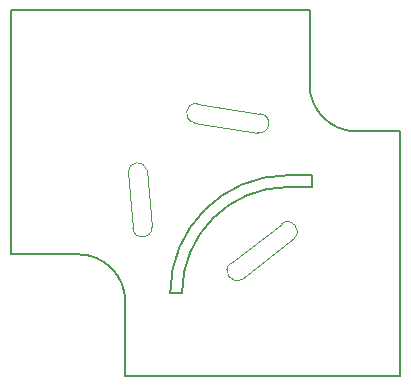
<source format=gbr>
G04 #@! TF.FileFunction,Profile,NP*
%FSLAX46Y46*%
G04 Gerber Fmt 4.6, Leading zero omitted, Abs format (unit mm)*
G04 Created by KiCad (PCBNEW 4.0.7) date 10/05/18 10:38:53*
%MOMM*%
%LPD*%
G01*
G04 APERTURE LIST*
%ADD10C,0.100000*%
%ADD11C,0.150000*%
G04 APERTURE END LIST*
D10*
X129600000Y-117800000D02*
X134000000Y-114350000D01*
X134004135Y-114354512D02*
G75*
G03X132950000Y-113100000I-554135J604512D01*
G01*
X128642620Y-116440405D02*
X132950000Y-113100000D01*
X128642620Y-116440405D02*
G75*
G03X129600000Y-117800000I507380J-659595D01*
G01*
X130908677Y-105407543D02*
G75*
G03X131152655Y-103800000I141323J800837D01*
G01*
X121950000Y-113400000D02*
X121525000Y-108550000D01*
X119950000Y-108750000D02*
X120350000Y-113500000D01*
X121524622Y-108550098D02*
G75*
G03X119950000Y-108750000I-774622J-199902D01*
G01*
X120350992Y-113513920D02*
G75*
G03X121950000Y-113400000I799008J63920D01*
G01*
X125550000Y-104550000D02*
X130900000Y-105400000D01*
X125800000Y-102950000D02*
X131150000Y-103800000D01*
X125815108Y-102944239D02*
G75*
G03X125550000Y-104550000I-115108J-805761D01*
G01*
D11*
X135500000Y-110000000D02*
X133500000Y-110000000D01*
X135500000Y-109000000D02*
X135500000Y-110000000D01*
X133500000Y-109000000D02*
X135500000Y-109000000D01*
X123500000Y-119000000D02*
X124500000Y-119000000D01*
X133500000Y-109000000D02*
G75*
G03X123500000Y-119000000I0J-10000000D01*
G01*
X133500000Y-110000000D02*
G75*
G03X124500000Y-119000000I0J-9000000D01*
G01*
X139300000Y-105300000D02*
X143000000Y-105300000D01*
X135300000Y-101300000D02*
X135300000Y-95000000D01*
X115700000Y-115700000D02*
X110000000Y-115700000D01*
X119700000Y-119700000D02*
X119700000Y-126000000D01*
X119700000Y-119700000D02*
G75*
G03X115700000Y-115700000I-4000000J0D01*
G01*
X135300000Y-101300000D02*
G75*
G03X139300000Y-105300000I4000000J0D01*
G01*
X143000000Y-126000000D02*
X119700000Y-126000000D01*
X143000000Y-105300000D02*
X143000000Y-126000000D01*
X110000000Y-95000000D02*
X135300000Y-95000000D01*
X110000000Y-115700000D02*
X110000000Y-95000000D01*
M02*

</source>
